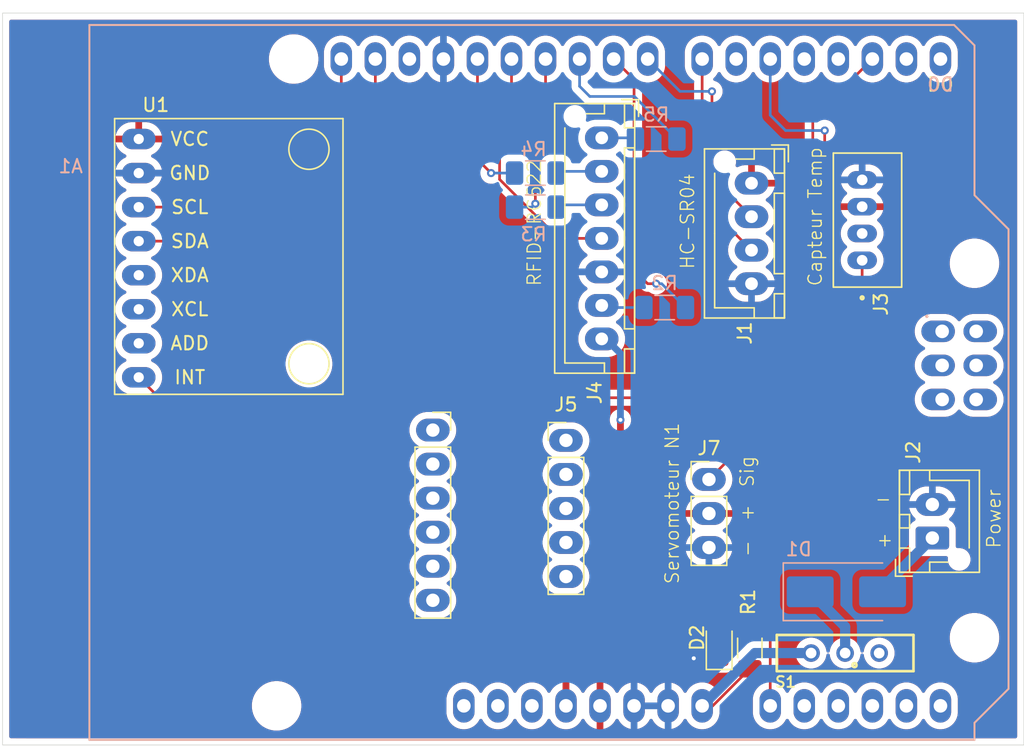
<source format=kicad_pcb>
(kicad_pcb (version 20241229) (generator "pcbnew") (generator_version "9.0")
  (layers (0 "F.Cu" signal) (2 "B.Cu" signal) (13 "F.Paste" user) (15 "B.Paste" user) (5 "F.SilkS" user "F.Silkscreen") (7 "B.SilkS" user "B.Silkscreen") (1 "F.Mask" user) (3 "B.Mask" user) (25 "Edge.Cuts" user))
  (net 0 "")
  (net 5 "GND")
  (net 10 "+3V3")
  (net 13 "+5V")
  (net 14 "/Echo")
  (net 18 "Net-(J7-Pin_1)")
  (net 24 "/Vin")
  (net 26 "/Trig")
  (net 27 "Net-(U1-SDA)")
  (net 28 "Net-(A1-D2_INT0)")
  (net 29 "Net-(U1-SCL)")
  (net 33 "Net-(D1-A)")
  (net 34 "/SIG")
  (net 36 "Net-(A1-D10_CS)")
  (net 37 "/MISO")
  (net 38 "Net-(A1-PadD11)")
  (net 39 "Net-(A1-PadD13)")
  (net 40 "Net-(A1-PadD9)")
  (net 41 "Net-(D1-K)")
  (net 54 "Net-(D2-A)")
  (net 55 "/MOSI")
  (net 56 "/SCK")
  (net 57 "/SS")
  (net 58 "/RST")
  (footprint "ISI-Connector_JST:JST_XH_B2B-XH-AM_1x02_P2.50mm_Long_Vertical" (layer "F.Cu") (at 176.562 100.635 90)
    (property "Reference" "J2" (at 6.401 -1.429 90) (layer "F.SilkS"))
    (property "Value" "+VBatt")
    (fp_line (start -1.6 -2.75) (end -2.85 -2.75) (stroke (width 0.12)) (layer "F.SilkS"))
    (fp_line (start -2.85 -2.75) (end -2.85 -1.5) (stroke (width 0.12)) (layer "F.SilkS"))
    (fp_line (start 5.06 -2.46) (end -2.56 -2.46) (stroke (width 0.12)) (layer "F.SilkS"))
    (fp_line (start -2.56 -2.46) (end -2.56 3.51) (stroke (width 0.12)) (layer "F.SilkS"))
    (fp_line (start 5.05 -2.45) (end 3.25 -2.45) (stroke (width 0.12)) (layer "F.SilkS"))
    (fp_line (start 3.25 -2.45) (end 3.25 -1.7) (stroke (width 0.12)) (layer "F.SilkS"))
    (fp_line (start 1.75 -2.45) (end 0.75 -2.45) (stroke (width 0.12)) (layer "F.SilkS"))
    (fp_line (start 0.75 -2.45) (end 0.75 -1.7) (stroke (width 0.12)) (layer "F.SilkS"))
    (fp_line (start -0.75 -2.45) (end -2.55 -2.45) (stroke (width 0.12)) (layer "F.SilkS"))
    (fp_line (start -2.55 -2.45) (end -2.55 -1.7) (stroke (width 0.12)) (layer "F.SilkS"))
    (fp_line (start 5.05 -1.7) (end 5.05 -2.45) (stroke (width 0.12)) (layer "F.SilkS"))
    (fp_line (start 3.25 -1.7) (end 5.05 -1.7) (stroke (width 0.12)) (layer "F.SilkS"))
    (fp_line (start 1.75 -1.7) (end 1.75 -2.45) (stroke (width 0.12)) (layer "F.SilkS"))
    (fp_line (start 0.75 -1.7) (end 1.75 -1.7) (stroke (width 0.12)) (layer "F.SilkS"))
    (fp_line (start -0.75 -1.7) (end -0.75 -2.45) (stroke (width 0.12)) (layer "F.SilkS"))
    (fp_line (start -2.55 -1.7) (end -0.75 -1.7) (stroke (width 0.12)) (layer "F.SilkS"))
    (fp_line (start 5.05 -0.2) (end 4.3 -0.2) (stroke (width 0.12)) (layer "F.SilkS"))
    (fp_line (start 4.3 -0.2) (end 4.3 2.75) (stroke (width 0.12)) (layer "F.SilkS"))
    (fp_line (start -1.8 -0.2) (end -1.8 1.14) (stroke (width 0.12)) (layer "F.SilkS"))
    (fp_line (start -2.55 -0.2) (end -1.8 -0.2) (stroke (width 0.12)) (layer "F.SilkS"))
    (fp_line (start 4.3 2.75) (end 1.25 2.75) (stroke (width 0.12)) (layer "F.SilkS"))
    (fp_line (start 1.25 2.75) (end -0.74 2.75) (stroke (width 0.12)) (layer "F.SilkS"))
    (fp_line (start 5.06 3.51) (end 5.06 -2.46) (stroke (width 0.12)) (layer "F.SilkS"))
    (fp_line (start -2.56 3.51) (end 5.06 3.51) (stroke (width 0.12)) (layer "F.SilkS"))
    (pad "" np_thru_hole circle (at -1.6 2 90) (size 1.2 1.2) (drill 1.2) (layers "*.Cu" "*.Mask"))
    (pad "1" thru_hole roundrect (at 0 0 90) (size 1.7 2.5) (drill 1) (layers "*.Cu" "*.Mask") (roundrect_rratio 0.147059) (net 33 "Net-(D1-A)"))
    (pad "2" thru_hole oval (at 2.5 0 90) (size 1.7 2.5) (drill 1) (layers "*.Cu" "*.Mask") (net 5 "GND"))
  )
  (footprint "ISI-Connector_PinHeader_2.54mm:PinHeader_1x05_P2.54mm_Long_Vertical" (layer "F.Cu") (at 149.225 93.35)
    (property "Reference" "J5" (at 0 -2.672 0) (layer "F.SilkS"))
    (property "Value" "Conn_01x05_Pin")
    (fp_line (start -1.33 -1.33) (end 0 -1.33) (stroke (width 0.12)) (layer "F.SilkS"))
    (fp_line (start -1.33 0) (end -1.33 -1.33) (stroke (width 0.12)) (layer "F.SilkS"))
    (fp_line (start -1.33 1.27) (end -1.33 11.49) (stroke (width 0.12)) (layer "F.SilkS"))
    (fp_line (start -1.33 1.27) (end 1.33 1.27) (stroke (width 0.12)) (layer "F.SilkS"))
    (fp_line (start -1.33 11.49) (end 1.33 11.49) (stroke (width 0.12)) (layer "F.SilkS"))
    (fp_line (start 1.33 1.27) (end 1.33 11.49) (stroke (width 0.12)) (layer "F.SilkS"))
    (pad "1" thru_hole oval (at 0 0) (size 2.5 1.7) (drill 1) (layers "*.Cu" "*.Mask"))
    (pad "2" thru_hole oval (at 0 2.54) (size 2.5 1.7) (drill 1) (layers "*.Cu" "*.Mask"))
    (pad "3" thru_hole oval (at 0 5.08) (size 2.5 1.7) (drill 1) (layers "*.Cu" "*.Mask"))
    (pad "4" thru_hole oval (at 0 7.62) (size 2.5 1.7) (drill 1) (layers "*.Cu" "*.Mask"))
    (pad "5" thru_hole oval (at 0 10.16) (size 2.5 1.7) (drill 1) (layers "*.Cu" "*.Mask"))
  )
  (footprint "ISI-Switch_Wurth:450301014042" (layer "F.Cu") (at 170.053 109.22 180)
    (property "Reference" "S1" (at 4.445 -2.159 180) (layer "F.SilkS") (effects (font (size 0.8 0.8))))
    (property "Value" "450301014042")
    (fp_line (start 5.1 1.35) (end -5.1 1.35) (stroke (width 0.2)) (layer "F.SilkS"))
    (fp_line (start 5.1 -1.35) (end 5.1 1.35) (stroke (width 0.2)) (layer "F.SilkS"))
    (fp_line (start -5.1 1.35) (end -5.1 -1.35) (stroke (width 0.2)) (layer "F.SilkS"))
    (fp_line (start -5.1 -1.35) (end 5.1 -1.35) (stroke (width 0.2)) (layer "F.SilkS"))
    (fp_circle (center -0.7 -0.9) (end -0.65 -0.9) (stroke (width 0.2)) (fill no) (layer "F.SilkS"))
    (pad "1" thru_hole circle (at 0 0 180) (size 1.308 1.308) (drill 0.8) (layers "*.Cu" "*.Mask") (net 41 "Net-(D1-K)"))
    (pad "2" thru_hole circle (at -2.54 0 180) (size 1.308 1.308) (drill 0.8) (layers "*.Cu" "*.Mask"))
    (pad "3" thru_hole circle (at 2.54 0 180) (size 1.308 1.308) (drill 0.8) (layers "*.Cu" "*.Mask") (net 24 "/Vin"))
  )
  (footprint "ISI-Resistor:R_1206_3216Metric_Pad1.30x1.75mm_HandSolder" (layer "F.Cu") (at 162.941 108.839 90)
    (property "Reference" "R1" (at 3.429 -0.127 90) (layer "F.SilkS"))
    (property "Value" "470R")
    (fp_line (start -0.727064 -0.91) (end 0.727064 -0.91) (stroke (width 0.12)) (layer "F.SilkS"))
    (fp_line (start -0.727064 0.91) (end 0.727064 0.91) (stroke (width 0.12)) (layer "F.SilkS"))
    (pad "1" smd roundrect (at -1.55 0 90) (size 1.3 1.75) (layers "F.Cu" "F.Mask" "F.Paste") (roundrect_rratio 0.192308) (net 24 "/Vin"))
    (pad "2" smd roundrect (at 1.55 0 90) (size 1.3 1.75) (layers "F.Cu" "F.Mask" "F.Paste") (roundrect_rratio 0.192308) (net 54 "Net-(D2-A)"))
  )
  (footprint "ISI-Connector_PinHeader_2.54mm:PinHeader_1x03_P2.54mm_Long_Vertical" (layer "F.Cu") (at 159.893 96.266)
    (property "Reference" "J7" (at 0 -2.33 0) (layer "F.SilkS"))
    (property "Value" "Servo Moteur 1")
    (fp_line (start -1.33 -1.33) (end 0 -1.33) (stroke (width 0.12)) (layer "F.SilkS"))
    (fp_line (start -1.33 0) (end -1.33 -1.33) (stroke (width 0.12)) (layer "F.SilkS"))
    (fp_line (start -1.33 1.27) (end -1.33 6.41) (stroke (width 0.12)) (layer "F.SilkS"))
    (fp_line (start -1.33 1.27) (end 1.33 1.27) (stroke (width 0.12)) (layer "F.SilkS"))
    (fp_line (start -1.33 6.41) (end 1.33 6.41) (stroke (width 0.12)) (layer "F.SilkS"))
    (fp_line (start 1.33 1.27) (end 1.33 6.41) (stroke (width 0.12)) (layer "F.SilkS"))
    (pad "1" thru_hole oval (at 0 0) (size 2.5 1.7) (drill 1) (layers "*.Cu" "*.Mask") (net 18 "Net-(J7-Pin_1)"))
    (pad "2" thru_hole oval (at 0 2.54) (size 2.5 1.7) (drill 1) (layers "*.Cu" "*.Mask") (net 13 "+5V"))
    (pad "3" thru_hole oval (at 0 5.08) (size 2.5 1.7) (drill 1) (layers "*.Cu" "*.Mask") (net 5 "GND"))
  )
  (footprint "ISI-Diodes:LED_0805_2012Metric_Pad1.15x1.40mm_HandSolder" (layer "F.Cu") (at 160.655 108.585 90)
    (property "Reference" "D2" (at 0.508 -1.65 90) (layer "F.SilkS"))
    (property "Value" "150080GS75000")
    (fp_line (start 1 -0.96) (end -1.86 -0.96) (stroke (width 0.12)) (layer "F.SilkS"))
    (fp_line (start -1.86 -0.96) (end -1.86 0.96) (stroke (width 0.12)) (layer "F.SilkS"))
    (fp_line (start -1.86 0.96) (end 1 0.96) (stroke (width 0.12)) (layer "F.SilkS"))
    (pad "1" smd roundrect (at -1.025 0 90) (size 1.15 1.4) (layers "F.Cu" "F.Mask" "F.Paste") (roundrect_rratio 0.217391) (net 5 "GND"))
    (pad "2" smd roundrect (at 1.025 0 90) (size 1.15 1.4) (layers "F.Cu" "F.Mask" "F.Paste") (roundrect_rratio 0.217391) (net 54 "Net-(D2-A)"))
  )
  (footprint "ISI-Modules:module_mpu6050" (layer "F.Cu") (at 117.348 88.646)
    (property "Reference" "U1" (at 1.27 -20.32 0) (layer "F.SilkS"))
    (property "Value" "module_mpu6050")
    (fp_line (start -1.8 -19.304) (end 15.24 -19.304) (stroke (width 0.12)) (layer "F.SilkS"))
    (fp_line (start -1.8 1.27) (end -1.8 -19.304) (stroke (width 0.12)) (layer "F.SilkS"))
    (fp_line (start 15.24 -19.304) (end 15.24 1.27) (stroke (width 0.12)) (layer "F.SilkS"))
    (fp_line (start 15.24 1.27) (end -1.8 1.27) (stroke (width 0.12)) (layer "F.SilkS"))
    (fp_circle (center 12.7 -17.018) (end 14.2 -17.018) (stroke (width 0.12)) (fill no) (layer "F.SilkS"))
    (fp_circle (center 12.7 -1.016) (end 14.2 -1.016) (stroke (width 0.12)) (fill no) (layer "F.SilkS"))
    (fp_text user "XCL" (at 3.81 -5.08 0) (layer "F.SilkS"))
    (fp_text user "SCL" (at 3.81 -12.7 0) (layer "F.SilkS"))
    (fp_text user "ADD" (at 3.81 -2.54 0) (layer "F.SilkS"))
    (fp_text user "VCC" (at 3.81 -17.78 0) (layer "F.SilkS"))
    (fp_text user "SDA" (at 3.81 -10.16 0) (layer "F.SilkS"))
    (fp_text user "XDA" (at 3.81 -7.62 0) (layer "F.SilkS"))
    (fp_text user "INT" (at 3.81 0 0) (layer "F.SilkS"))
    (fp_text user "GND" (at 3.81 -15.24 0) (layer "F.SilkS"))
    (pad "" np_thru_hole oval (at 12.7 -1) (size 2.5 2.5) (drill 2.5) (layers "*.Cu" "*.Mask"))
    (pad "1" thru_hole oval (at 0 -17.78) (size 2.5 1.524) (drill 0.762) (layers "*.Cu" "*.Mask") (net 13 "+5V"))
    (pad "2" thru_hole oval (at 0 -15.24) (size 2.5 1.524) (drill 0.762) (layers "*.Cu" "*.Mask") (net 5 "GND"))
    (pad "3" thru_hole oval (at 0 -12.7) (size 2.5 1.524) (drill 0.762) (layers "*.Cu" "*.Mask") (net 29 "Net-(U1-SCL)"))
    (pad "4" thru_hole oval (at 0 -10.16) (size 2.5 1.524) (drill 0.762) (layers "*.Cu" "*.Mask") (net 27 "Net-(U1-SDA)"))
    (pad "5" thru_hole oval (at 0 -7.62) (size 2.5 1.524) (drill 0.762) (layers "*.Cu" "*.Mask"))
    (pad "6" thru_hole oval (at 0 -5.08) (size 2.5 1.524) (drill 0.762) (layers "*.Cu" "*.Mask"))
    (pad "7" thru_hole oval (at 0 -2.54) (size 2.5 1.524) (drill 0.762) (layers "*.Cu" "*.Mask"))
    (pad "8" thru_hole oval (at 0 0) (size 2.5 1.524) (drill 0.762) (layers "*.Cu" "*.Mask") (net 28 "Net-(A1-D2_INT0)"))
  )
  (footprint "ISI-Connector_Grove:SEEED_Grove_110990030" (layer "F.Cu") (at 171.323 76.914 90)
    (property "Reference" "J3" (at -6.271 1.397 90) (layer "F.SilkS"))
    (property "Value" "Capteur Temp")
    (fp_line (start 5 -2.15) (end 5 2.95) (stroke (width 0.127)) (layer "F.SilkS"))
    (fp_line (start -5 -2.15) (end 5 -2.15) (stroke (width 0.127)) (layer "F.SilkS"))
    (fp_line (start 5 2.95) (end -5 2.95) (stroke (width 0.127)) (layer "F.SilkS"))
    (fp_line (start -5 2.95) (end -5 -2.15) (stroke (width 0.127)) (layer "F.SilkS"))
    (fp_circle (center -5.8 0) (end -5.7 0) (stroke (width 0.2)) (fill no) (layer "F.SilkS"))
    (pad "1" thru_hole oval (at -3 0 90) (size 1.308 2.2) (drill 0.8) (layers "*.Cu" "*.Mask") (net 34 "/SIG"))
    (pad "2" thru_hole oval (at -1 0 90) (size 1.308 2.2) (drill 0.8) (layers "*.Cu" "*.Mask"))
    (pad "3" thru_hole oval (at 1 0 90) (size 1.308 2.2) (drill 0.8) (layers "*.Cu" "*.Mask") (net 13 "+5V"))
    (pad "4" thru_hole oval (at 3 0 90) (size 1.308 2.2) (drill 0.8) (layers "*.Cu" "*.Mask") (net 5 "GND"))
  )
  (footprint "ISI-Modules:Arduino_Uno_R3_Shield_LonPad" (layer "F.Cu") (at 113.665 115.697)
    (property "Reference" "A1" (at -1.397 -42.799 0) (layer "B.SilkS") (effects (justify mirror)))
    (property "Value" "Arduino_Uno_R3_Shield")
    (fp_line (start 0 -53.34) (end 0 0) (stroke (width 0.15)) (layer "B.SilkS"))
    (fp_line (start 0 -53.34) (end 64.516 -53.34) (stroke (width 0.15)) (layer "B.SilkS"))
    (fp_line (start 0 0) (end 66.04 0) (stroke (width 0.15)) (layer "B.SilkS"))
    (fp_line (start 64.516 -53.34) (end 66.04 -51.816) (stroke (width 0.15)) (layer "B.SilkS"))
    (fp_line (start 66.04 -40.64) (end 66.04 -51.816) (stroke (width 0.15)) (layer "B.SilkS"))
    (fp_line (start 66.04 -1.27) (end 68.58 -3.81) (stroke (width 0.15)) (layer "B.SilkS"))
    (fp_line (start 66.04 0) (end 66.04 -1.27) (stroke (width 0.15)) (layer "B.SilkS"))
    (fp_line (start 68.58 -38.1) (end 66.04 -40.64) (stroke (width 0.15)) (layer "B.SilkS"))
    (fp_line (start 68.58 -3.81) (end 68.58 -38.1) (stroke (width 0.15)) (layer "B.SilkS"))
    (fp_text user "D0" (at 63.5 -48.895 0) (layer "F.SilkS"))
    (fp_text user "." (at 62.484 -32.004 0) (layer "F.SilkS"))
    (fp_text user "." (at 62.484 -32.004 0) (layer "B.SilkS"))
    (fp_text user "D0" (at 63.5 -48.895 0) (layer "B.SilkS") (effects (justify mirror)))
    (pad "" np_thru_hole circle (at 13.97 -2.54) (size 3.2 3.2) (drill 3.2) (layers "*.Cu" "*.Mask"))
    (pad "" np_thru_hole circle (at 15.24 -50.8) (size 3.2 3.2) (drill 3.2) (layers "*.Cu" "*.Mask"))
    (pad "" thru_hole oval (at 27.94 -2.54) (size 1.6 2.5) (drill 1.016) (layers "*.Cu" "*.Mask"))
    (pad "" np_thru_hole circle (at 66.04 -35.56) (size 3.2 3.2) (drill 3.2) (layers "*.Cu" "*.Mask"))
    (pad "" np_thru_hole circle (at 66.04 -7.62) (size 3.2 3.2) (drill 3.2) (layers "*.Cu" "*.Mask"))
    (pad "3V3" thru_hole oval (at 35.56 -2.54) (size 1.6 2.5) (drill 1.016) (layers "*.Cu" "*.Mask") (net 10 "+3V3"))
    (pad "5V1" thru_hole oval (at 38.1 -2.54) (size 1.6 2.5) (drill 1.016) (layers "*.Cu" "*.Mask") (net 13 "+5V"))
    (pad "5V2" thru_hole oval (at 66.167 -30.48 90) (size 1.6 2.5) (drill 1.016 (offset 0 0.3)) (layers "*.Cu" "*.Mask"))
    (pad "A0" thru_hole oval (at 50.8 -2.54) (size 1.6 2.5) (drill 1.016) (layers "*.Cu" "*.Mask") (net 34 "/SIG"))
    (pad "A1" thru_hole oval (at 53.34 -2.54) (size 1.6 2.5) (drill 1.016) (layers "*.Cu" "*.Mask"))
    (pad "A2" thru_hole oval (at 55.88 -2.54) (size 1.6 2.5) (drill 1.016) (layers "*.Cu" "*.Mask"))
    (pad "A3" thru_hole oval (at 58.42 -2.54) (size 1.6 2.5) (drill 1.016) (layers "*.Cu" "*.Mask"))
    (pad "A4" thru_hole oval (at 60.96 -2.54) (size 1.6 2.5) (drill 1.016) (layers "*.Cu" "*.Mask"))
    (pad "A5" thru_hole oval (at 63.5 -2.54) (size 1.6 2.5) (drill 1.016) (layers "*.Cu" "*.Mask"))
    (pad "AREF" thru_hole oval (at 23.876 -50.8) (size 1.6 2.5) (drill 1.016) (layers "*.Cu" "*.Mask"))
    (pad "D0" thru_hole oval (at 63.5 -50.8) (size 1.6 2.5) (drill 1.016) (layers "*.Cu" "*.Mask"))
    (pad "D1" thru_hole oval (at 60.96 -50.8) (size 1.6 2.5) (drill 1.016) (layers "*.Cu" "*.Mask"))
    (pad "D2" thru_hole oval (at 58.42 -50.8) (size 1.6 2.5) (drill 1.016) (layers "*.Cu" "*.Mask") (net 28 "Net-(A1-D2_INT0)"))
    (pad "D3" thru_hole oval (at 55.88 -50.8) (size 1.6 2.5) (drill 1.016) (layers "*.Cu" "*.Mask"))
    (pad "D4" thru_hole oval (at 53.34 -50.8) (size 1.6 2.5) (drill 1.016) (layers "*.Cu" "*.Mask"))
    (pad "D5" thru_hole oval (at 50.8 -50.8) (size 1.6 2.5) (drill 1.016) (layers "*.Cu" "*.Mask") (net 18 "Net-(J7-Pin_1)"))
    (pad "D6" thru_hole oval (at 48.26 -50.8) (size 1.6 2.5) (drill 1.016) (layers "*.Cu" "*.Mask"))
    (pad "D7" thru_hole oval (at 45.72 -50.8) (size 1.6 2.5) (drill 1.016) (layers "*.Cu" "*.Mask") (net 14 "/Echo"))
    (pad "D8" thru_hole oval (at 41.656 -50.8) (size 1.6 2.5) (drill 1.016) (layers "*.Cu" "*.Mask") (net 26 "/Trig"))
    (pad "D9" thru_hole oval (at 39.116 -50.8) (size 1.6 2.5) (drill 1.016) (layers "*.Cu" "*.Mask") (net 40 "Net-(A1-PadD9)"))
    (pad "D10" thru_hole oval (at 36.576 -50.8) (size 1.6 2.5) (drill 1.016) (layers "*.Cu" "*.Mask") (net 36 "Net-(A1-D10_CS)"))
    (pad "D11" thru_hole oval (at 34.036 -50.8) (size 1.6 2.5) (drill 1.016) (layers "*.Cu" "*.Mask") (net 38 "Net-(A1-PadD11)"))
    (pad "D12" thru_hole oval (at 31.496 -50.8) (size 1.6 2.5) (drill 1.016) (layers "*.Cu" "*.Mask") (net 37 "/MISO"))
    (pad "D13" thru_hole oval (at 28.956 -50.8) (size 1.6 2.5) (drill 1.016) (layers "*.Cu" "*.Mask") (net 39 "Net-(A1-PadD13)"))
    (pad "GND1" thru_hole oval (at 26.416 -50.8) (size 1.6 2.5) (drill 1.016) (layers "*.Cu" "*.Mask") (net 5 "GND"))
    (pad "GND2" thru_hole oval (at 40.64 -2.54) (size 1.6 2.5) (drill 1.016) (layers "*.Cu" "*.Mask") (net 5 "GND"))
    (pad "GND3" thru_hole oval (at 43.18 -2.54) (size 1.6 2.5) (drill 1.016) (layers "*.Cu" "*.Mask") (net 5 "GND"))
    (pad "GND4" thru_hole oval (at 66.167 -25.4 90) (size 1.6 2.5) (drill 1.016 (offset 0 0.3)) (layers "*.Cu" "*.Mask"))
    (pad "IORF" thru_hole oval (at 30.48 -2.54) (size 1.6 2.5) (drill 1.016) (layers "*.Cu" "*.Mask"))
    (pad "MISO" thru_hole oval (at 63.627 -30.48 90) (size 1.6 2.5) (drill 1.016 (offset 0 -0.3)) (layers "*.Cu" "*.Mask"))
    (pad "MOSI" thru_hole oval (at 66.167 -27.94 90) (size 1.6 2.5) (drill 1.016 (offset 0 0.3)) (layers "*.Cu" "*.Mask"))
    (pad "RST1" thru_hole oval (at 33.02 -2.54) (size 1.6 2.5) (drill 1.016) (layers "*.Cu" "*.Mask"))
    (pad "RST2" thru_hole oval (at 63.627 -25.4 90) (size 1.6 2.5) (drill 1.016 (offset 0 -0.3)) (layers "*.Cu" "*.Mask"))
    (pad "SCK" thru_hole oval (at 63.627 -27.94 90) (size 1.6 2.5) (drill 1.016 (offset 0 -0.3)) (layers "*.Cu" "*.Mask"))
    (pad "SCL" thru_hole oval (at 18.796 -50.8) (size 1.6 2.5) (drill 1.016) (layers "*.Cu" "*.Mask") (net 29 "Net-(U1-SCL)"))
    (pad "SDA" thru_hole oval (at 21.336 -50.8) (size 1.6 2.5) (drill 1.016) (layers "*.Cu" "*.Mask") (net 27 "Net-(U1-SDA)"))
    (pad "VIN" thru_hole oval (at 45.72 -2.54) (size 1.6 2.5) (drill 1.016) (layers "*.Cu" "*.Mask") (net 24 "/Vin"))
  )
  (footprint "ISI-Connector_PinSocket_2.54mm:PinSocket_1x06_P2.54mm_Long_Vertical" (layer "F.Cu") (at 139.291 92.583)
    (property "Reference" "J6" (hide yes))
    (property "Value" "Conn_01x06_Socket")
    (fp_line (start -1.33 1.27) (end -1.33 14.03) (stroke (width 0.12)) (layer "F.SilkS"))
    (fp_line (start -1.33 1.27) (end 1.33 1.27) (stroke (width 0.12)) (layer "F.SilkS"))
    (fp_line (start -1.33 14.03) (end 1.33 14.03) (stroke (width 0.12)) (layer "F.SilkS"))
    (fp_line (start 0 -1.33) (end 1.33 -1.33) (stroke (width 0.12)) (layer "F.SilkS"))
    (fp_line (start 1.33 -1.33) (end 1.33 0) (stroke (width 0.12)) (layer "F.SilkS"))
    (fp_line (start 1.33 1.27) (end 1.33 14.03) (stroke (width 0.12)) (layer "F.SilkS"))
    (pad "1" thru_hole oval (at 0 0) (size 2.5 1.7) (drill 1) (layers "*.Cu" "*.Mask"))
    (pad "2" thru_hole oval (at 0 2.54) (size 2.5 1.7) (drill 1) (layers "*.Cu" "*.Mask"))
    (pad "3" thru_hole oval (at 0 5.08) (size 2.5 1.7) (drill 1) (layers "*.Cu" "*.Mask"))
    (pad "4" thru_hole oval (at 0 7.62) (size 2.5 1.7) (drill 1) (layers "*.Cu" "*.Mask"))
    (pad "5" thru_hole oval (at 0 10.16) (size 2.5 1.7) (drill 1) (layers "*.Cu" "*.Mask"))
    (pad "6" thru_hole oval (at 0 12.7) (size 2.5 1.7) (drill 1) (layers "*.Cu" "*.Mask"))
  )
  (footprint "ISI-Connector_JST:JST_XH_B7B-XH-AM_1x07_P2.50mm_Long_Vertical" (layer "F.Cu") (at 151.892 70.779 -90)
    (property "Reference" "J4" (at 19.01 0.525 90) (layer "F.SilkS"))
    (property "Value" "RFID-RC522")
    (fp_line (start -2.56 3.51) (end 17.56 3.51) (stroke (width 0.12)) (layer "F.SilkS"))
    (fp_line (start 17.56 3.51) (end 17.56 -2.46) (stroke (width 0.12)) (layer "F.SilkS"))
    (fp_line (start 7.5 2.75) (end -0.74 2.75) (stroke (width 0.12)) (layer "F.SilkS"))
    (fp_line (start 16.8 2.75) (end 7.5 2.75) (stroke (width 0.12)) (layer "F.SilkS"))
    (fp_line (start -2.55 -0.2) (end -1.8 -0.2) (stroke (width 0.12)) (layer "F.SilkS"))
    (fp_line (start -1.8 -0.2) (end -1.8 1.14) (stroke (width 0.12)) (layer "F.SilkS"))
    (fp_line (start 16.8 -0.2) (end 16.8 2.75) (stroke (width 0.12)) (layer "F.SilkS"))
    (fp_line (start 17.55 -0.2) (end 16.8 -0.2) (stroke (width 0.12)) (layer "F.SilkS"))
    (fp_line (start -2.55 -1.7) (end -0.75 -1.7) (stroke (width 0.12)) (layer "F.SilkS"))
    (fp_line (start -0.75 -1.7) (end -0.75 -2.45) (stroke (width 0.12)) (layer "F.SilkS"))
    (fp_line (start 0.75 -1.7) (end 14.25 -1.7) (stroke (width 0.12)) (layer "F.SilkS"))
    (fp_line (start 14.25 -1.7) (end 14.25 -2.45) (stroke (width 0.12)) (layer "F.SilkS"))
    (fp_line (start 15.75 -1.7) (end 17.55 -1.7) (stroke (width 0.12)) (layer "F.SilkS"))
    (fp_line (start 17.55 -1.7) (end 17.55 -2.45) (stroke (width 0.12)) (layer "F.SilkS"))
    (fp_line (start -2.55 -2.45) (end -2.55 -1.7) (stroke (width 0.12)) (layer "F.SilkS"))
    (fp_line (start -0.75 -2.45) (end -2.55 -2.45) (stroke (width 0.12)) (layer "F.SilkS"))
    (fp_line (start 0.75 -2.45) (end 0.75 -1.7) (stroke (width 0.12)) (layer "F.SilkS"))
    (fp_line (start 14.25 -2.45) (end 0.75 -2.45) (stroke (width 0.12)) (layer "F.SilkS"))
    (fp_line (start 15.75 -2.45) (end 15.75 -1.7) (stroke (width 0.12)) (layer "F.SilkS"))
    (fp_line (start 17.55 -2.45) (end 15.75 -2.45) (stroke (width 0.12)) (layer "F.SilkS"))
    (fp_line (start -2.56 -2.46) (end -2.56 3.51) (stroke (width 0.12)) (layer "F.SilkS"))
    (fp_line (start 17.56 -2.46) (end -2.56 -2.46) (stroke (width 0.12)) (layer "F.SilkS"))
    (fp_line (start -2.85 -2.75) (end -2.85 -1.5) (stroke (width 0.12)) (layer "F.SilkS"))
    (fp_line (start -1.6 -2.75) (end -2.85 -2.75) (stroke (width 0.12)) (layer "F.SilkS"))
    (pad "" np_thru_hole circle (at -1.6 2 270) (size 1.2 1.2) (drill 1.2) (layers "*.Cu" "*.Mask"))
    (pad "1" thru_hole oval (at 0 0 270) (size 1.7 2.5) (drill 0.95) (layers "*.Cu" "*.Mask") (net 57 "/SS"))
    (pad "2" thru_hole oval (at 2.5 0 270) (size 1.7 2.5) (drill 0.95) (layers "*.Cu" "*.Mask") (net 56 "/SCK"))
    (pad "3" thru_hole oval (at 5 0 270) (size 1.7 2.5) (drill 0.95) (layers "*.Cu" "*.Mask") (net 55 "/MOSI"))
    (pad "4" thru_hole oval (at 7.5 0 270) (size 1.7 2.5) (drill 0.95) (layers "*.Cu" "*.Mask") (net 37 "/MISO"))
    (pad "5" thru_hole oval (at 10 0 270) (size 1.7 2.5) (drill 0.95) (layers "*.Cu" "*.Mask") (net 5 "GND"))
    (pad "6" thru_hole oval (at 12.5 0 270) (size 1.7 2.5) (drill 0.95) (layers "*.Cu" "*.Mask") (net 58 "/RST"))
    (pad "7" thru_hole oval (at 15 0 270) (size 1.7 2.5) (drill 0.95) (layers "*.Cu" "*.Mask") (net 10 "+3V3"))
  )
  (footprint "ISI-Connector_JST:JST_XH_B4B-XH-AM_1x04_P2.50mm_Long_Vertical" (layer "F.Cu") (at 163.068 74.161 -90)
    (property "Reference" "J1" (at 11.183 0.508 90) (layer "F.SilkS"))
    (property "Value" "HC-SR04")
    (fp_line (start -2.56 3.51) (end 10.06 3.51) (stroke (width 0.12)) (layer "F.SilkS"))
    (fp_line (start 10.06 3.51) (end 10.06 -2.46) (stroke (width 0.12)) (layer "F.SilkS"))
    (fp_line (start 3.75 2.75) (end -0.74 2.75) (stroke (width 0.12)) (layer "F.SilkS"))
    (fp_line (start 9.3 2.75) (end 3.75 2.75) (stroke (width 0.12)) (layer "F.SilkS"))
    (fp_line (start -2.55 -0.2) (end -1.8 -0.2) (stroke (width 0.12)) (layer "F.SilkS"))
    (fp_line (start -1.8 -0.2) (end -1.8 1.14) (stroke (width 0.12)) (layer "F.SilkS"))
    (fp_line (start 9.3 -0.2) (end 9.3 2.75) (stroke (width 0.12)) (layer "F.SilkS"))
    (fp_line (start 10.05 -0.2) (end 9.3 -0.2) (stroke (width 0.12)) (layer "F.SilkS"))
    (fp_line (start -2.55 -1.7) (end -0.75 -1.7) (stroke (width 0.12)) (layer "F.SilkS"))
    (fp_line (start -0.75 -1.7) (end -0.75 -2.45) (stroke (width 0.12)) (layer "F.SilkS"))
    (fp_line (start 0.75 -1.7) (end 6.75 -1.7) (stroke (width 0.12)) (layer "F.SilkS"))
    (fp_line (start 6.75 -1.7) (end 6.75 -2.45) (stroke (width 0.12)) (layer "F.SilkS"))
    (fp_line (start 8.25 -1.7) (end 10.05 -1.7) (stroke (width 0.12)) (layer "F.SilkS"))
    (fp_line (start 10.05 -1.7) (end 10.05 -2.45) (stroke (width 0.12)) (layer "F.SilkS"))
    (fp_line (start -2.55 -2.45) (end -2.55 -1.7) (stroke (width 0.12)) (layer "F.SilkS"))
    (fp_line (start -0.75 -2.45) (end -2.55 -2.45) (stroke (width 0.12)) (layer "F.SilkS"))
    (fp_line (start 0.75 -2.45) (end 0.75 -1.7) (stroke (width 0.12)) (layer "F.SilkS"))
    (fp_line (start 6.75 -2.45) (end 0.75 -2.45) (stroke (width 0.12)) (layer "F.SilkS"))
    (fp_line (start 8.25 -2.45) (end 8.25 -1.7) (stroke (width 0.12)) (layer "F.SilkS"))
    (fp_line (start 10.05 -2.45) (end 8.25 -2.45) (stroke (width 0.12)) (layer "F.SilkS"))
    (fp_line (start -2.56 -2.46) (end -2.56 3.51) (stroke (width 0.12)) (layer "F.SilkS"))
    (fp_line (start 10.06 -2.46) (end -2.56 -2.46) (stroke (width 0.12)) (layer "F.SilkS"))
    (fp_line (start -2.85 -2.75) (end -2.85 -1.5) (stroke (width 0.12)) (layer "F.SilkS"))
    (fp_line (start -1.6 -2.75) (end -2.85 -2.75) (stroke (width 0.12)) (layer "F.SilkS"))
    (pad "" np_thru_hole circle (at -1.6 2 270) (size 1.2 1.2) (drill 1.2) (layers "*.Cu" "*.Mask"))
    (pad "1" thru_hole oval (at 0 0 270) (size 1.7 2.5) (drill 0.95) (layers "*.Cu" "*.Mask") (net 13 "+5V"))
    (pad "2" thru_hole oval (at 2.5 0 270) (size 1.7 2.5) (drill 0.95) (layers "*.Cu" "*.Mask") (net 26 "/Trig"))
    (pad "3" thru_hole oval (at 5 0 270) (size 1.7 2.5) (drill 0.95) (layers "*.Cu" "*.Mask") (net 14 "/Echo"))
    (pad "4" thru_hole oval (at 7.5 0 270) (size 1.7 2.5) (drill 0.95) (layers "*.Cu" "*.Mask") (net 5 "GND"))
  )
  (footprint "ISI-Resistor:R_1206_3216Metric_Pad1.30x1.75mm_HandSolder" (layer "B.Cu") (at 155.956 70.866 180)
    (property "Reference" "R5" (at 0 1.82 0) (layer "B.SilkS") (effects (justify mirror)))
    (property "Value" "470R")
    (fp_line (start -0.727064 0.91) (end 0.727064 0.91) (stroke (width 0.12)) (layer "B.SilkS"))
    (fp_line (start -0.727064 -0.91) (end 0.727064 -0.91) (stroke (width 0.12)) (layer "B.SilkS"))
    (pad "1" smd roundrect (at -1.55 0 180) (size 1.3 1.75) (layers "B.Cu" "B.Mask" "B.Paste") (roundrect_rratio 0.192308) (net 36 "Net-(A1-D10_CS)"))
    (pad "2" smd roundrect (at 1.55 0 180) (size 1.3 1.75) (layers "B.Cu" "B.Mask" "B.Paste") (roundrect_rratio 0.192308) (net 57 "/SS"))
  )
  (footprint "ISI-Resistor:R_1206_3216Metric_Pad1.30x1.75mm_HandSolder" (layer "B.Cu") (at 146.939 73.406)
    (property "Reference" "R4" (at -0.127 -1.778 180) (layer "B.SilkS") (effects (justify mirror)))
    (property "Value" "470R")
    (fp_line (start -0.727064 -0.91) (end 0.727064 -0.91) (stroke (width 0.12)) (layer "B.SilkS"))
    (fp_line (start -0.727064 0.91) (end 0.727064 0.91) (stroke (width 0.12)) (layer "B.SilkS"))
    (pad "1" smd roundrect (at -1.55 0) (size 1.3 1.75) (layers "B.Cu" "B.Mask" "B.Paste") (roundrect_rratio 0.192308) (net 39 "Net-(A1-PadD13)"))
    (pad "2" smd roundrect (at 1.55 0) (size 1.3 1.75) (layers "B.Cu" "B.Mask" "B.Paste") (roundrect_rratio 0.192308) (net 56 "/SCK"))
  )
  (footprint "ISI-Resistor:R_1206_3216Metric_Pad1.30x1.75mm_HandSolder" (layer "B.Cu") (at 146.939 75.946)
    (property "Reference" "R3" (at -0.127 2.032 180) (layer "B.SilkS") (effects (justify mirror)))
    (property "Value" "470R")
    (fp_line (start -0.727064 -0.91) (end 0.727064 -0.91) (stroke (width 0.12)) (layer "B.SilkS"))
    (fp_line (start -0.727064 0.91) (end 0.727064 0.91) (stroke (width 0.12)) (layer "B.SilkS"))
    (pad "1" smd roundrect (at -1.55 0) (size 1.3 1.75) (layers "B.Cu" "B.Mask" "B.Paste") (roundrect_rratio 0.192308) (net 38 "Net-(A1-PadD11)"))
    (pad "2" smd roundrect (at 1.55 0) (size 1.3 1.75) (layers "B.Cu" "B.Mask" "B.Paste") (roundrect_rratio 0.192308) (net 55 "/MOSI"))
  )
  (footprint "ISI-Resistor:R_1206_3216Metric_Pad1.30x1.75mm_HandSolder" (layer "B.Cu") (at 156.591 83.439 180)
    (property "Reference" "R2" (at 0 1.82 180) (layer "B.SilkS") (effects (justify mirror)))
    (property "Value" "470R")
    (fp_line (start -0.727064 0.91) (end 0.727064 0.91) (stroke (width 0.12)) (layer "B.SilkS"))
    (fp_line (start -0.727064 -0.91) (end 0.727064 -0.91) (stroke (width 0.12)) (layer "B.SilkS"))
    (pad "1" smd roundrect (at -1.55 0 180) (size 1.3 1.75) (layers "B.Cu" "B.Mask" "B.Paste") (roundrect_rratio 0.192308) (net 40 "Net-(A1-PadD9)"))
    (pad "2" smd roundrect (at 1.55 0 180) (size 1.3 1.75) (layers "B.Cu" "B.Mask" "B.Paste") (roundrect_rratio 0.192308) (net 58 "/RST"))
  )
  (footprint "ISI-Diodes:D_SMB_Handsoldering" (layer "B.Cu") (at 170.147 104.648)
    (property "Reference" "D1" (at -3.556 -3.175 180) (layer "B.SilkS") (effects (justify mirror)))
    (property "Value" "SS24")
    (fp_line (start -4.71 -2.15) (end 2.7 -2.15) (stroke (width 0.12)) (layer "B.SilkS"))
    (fp_line (start -4.71 2.15) (end -4.71 -2.15) (stroke (width 0.12)) (layer "B.SilkS"))
    (fp_line (start -4.71 2.15) (end 2.7 2.15) (stroke (width 0.12)) (layer "B.SilkS"))
    (pad "1" smd roundrect (at -2.7 0) (size 3.5 2.3) (layers "B.Cu" "B.Mask" "B.Paste") (roundrect_rratio 0.1086956522) (net 41 "Net-(D1-K)"))
    (pad "2" smd roundrect (at 2.7 0) (size 3.5 2.3) (layers "B.Cu" "B.Mask" "B.Paste") (roundrect_rratio 0.1086956522) (net 33 "Net-(D1-A)"))
  )
  (gr_rect (start 107.188 61.468) (end 183.388 116.078) (stroke (width 0.05)) (fill no) (layer "Edge.Cuts"))
  (gr_text "Projet B3 \nlabyrinthe\n2025\n" (at 115.189 109.601 0) (layer "F.Cu") (effects (font (size 1.5 1.5) (thickness 0.3) (bold yes)) (justify left bottom)))
  (gr_text "-" (at 163.322 102.108 90) (layer "F.SilkS") (effects (font (size 1 1) (thickness 0.1)) (justify left bottom)))
  (gr_text "RFID-RC522" (at 147.447 81.915 90) (layer "F.SilkS") (effects (font (size 1 1) (thickness 0.1)) (justify left bottom)))
  (gr_text "HC-SR04" (at 158.877 80.645 90) (layer "F.SilkS") (effects (font (size 1 1) (thickness 0.1)) (justify left bottom)))
  (gr_text "Power" (at 181.737 101.473 90) (layer "F.SilkS") (effects (font (size 1 1) (thickness 0.1)) (justify left bottom)))
  (gr_text "+" (at 163.322 99.441 90) (layer "F.SilkS") (effects (font (size 1 1) (thickness 0.1)) (justify left bottom)))
  (gr_text "+" (at 172.339 101.346 0) (layer "F.SilkS") (effects (font (size 1 1) (thickness 0.1)) (justify left bottom)))
  (gr_text "-" (at 172.212 98.298 0) (layer "F.SilkS") (effects (font (size 1 1) (thickness 0.1)) (justify left bottom)))
  (gr_text "Sig" (at 163.322 96.901 90) (layer "F.SilkS") (effects (font (size 1 1) (thickness 0.1)) (justify left bottom)))
  (gr_text "Servomoteur N1" (at 157.734 104.14 90) (layer "F.SilkS") (effects (font (size 1 1) (thickness 0.1)) (justify left bottom)))
  (gr_text "Capteur Temp" (at 168.402 81.914 90) (layer "F.SilkS") (effects (font (size 1 1) (thickness 0.1)) (justify left bottom)))
  (segment (start 160.655 109.61) (end 158.759 109.61) (width 0.2) (layer "F.Cu") (net 5))
  (via (at 158.759 109.61) (size 0.6) (drill 0.3) (layers "F.Cu" "B.Cu") (net 5))
  (segment (start 149.225 113.157) (end 149.225 108.839) (width 0.508) (layer "F.Cu") (net 10))
  (segment (start 149.225 108.839) (end 153.289 104.775) (width 0.508) (layer "F.Cu") (net 10))
  (segment (start 153.289 104.775) (end 153.289 91.821) (width 0.508) (layer "F.Cu") (net 10))
  (via (at 153.289 91.821) (size 0.6) (drill 0.3) (layers "F.Cu" "B.Cu") (net 10))
  (segment (start 153.289 91.821) (end 153.289 86.868) (width 0.508) (layer "B.Cu") (net 10))
  (segment (start 152.2 85.779) (end 151.892 85.779) (width 0.508) (layer "B.Cu") (net 10))
  (segment (start 153.289 86.868) (end 152.2 85.779) (width 0.508) (layer "B.Cu") (net 10))
  (segment (start 159.385 75.478) (end 163.068 79.161) (width 0.2) (layer "F.Cu") (net 14))
  (segment (start 159.385 64.897) (end 159.385 75.478) (width 0.2) (layer "F.Cu") (net 14))
  (segment (start 168.529 87.63) (end 159.893 96.266) (width 0.2) (layer "F.Cu") (net 18))
  (segment (start 168.529 70.231) (end 168.529 87.63) (width 0.2) (layer "F.Cu") (net 18))
  (via (at 168.529 70.231) (size 0.6) (drill 0.3) (layers "F.Cu" "B.Cu") (net 18))
  (segment (start 165.608 70.231) (end 164.465 69.088) (width 0.2) (layer "B.Cu") (net 18))
  (segment (start 168.529 70.231) (end 165.608 70.231) (width 0.2) (layer "B.Cu") (net 18))
  (segment (start 164.465 69.088) (end 164.465 64.897) (width 0.2) (layer "B.Cu") (net 18))
  (segment (start 162.941 110.389) (end 160.173 113.157) (width 0.2) (layer "F.Cu") (net 24))
  (segment (start 160.173 113.157) (end 159.385 113.157) (width 0.2) (layer "F.Cu") (net 24))
  (segment (start 163.322 109.22) (end 159.385 113.157) (width 0.762) (layer "B.Cu") (net 24))
  (segment (start 167.513 109.22) (end 163.322 109.22) (width 0.762) (layer "B.Cu") (net 24))
  (segment (start 160.117 73.71) (end 160.117 67.31) (width 0.2) (layer "F.Cu") (net 26))
  (segment (start 163.068 76.661) (end 160.117 73.71) (width 0.2) (layer "F.Cu") (net 26))
  (via (at 160.117 67.31) (size 0.6) (drill 0.3) (layers "F.Cu" "B.Cu") (net 26))
  (segment (start 157.734 67.31) (end 155.321 64.897) (width 0.2) (layer "B.Cu") (net 26))
  (segment (start 160.117 67.31) (end 157.734 67.31) (width 0.2) (layer "B.Cu") (net 26))
  (segment (start 117.348 78.486) (end 127.127 78.486) (width 0.2) (layer "F.Cu") (net 27))
  (segment (start 135.001 70.612) (end 135.001 64.897) (width 0.2) (layer "F.Cu") (net 27))
  (segment (start 127.127 78.486) (end 135.001 70.612) (width 0.2) (layer "F.Cu") (net 27))
  (segment (start 167.64 87.63) (end 165.1 90.17) (width 0.2) (layer "F.Cu") (net 28))
  (segment (start 165.1 90.17) (end 118.872 90.17) (width 0.2) (layer "F.Cu") (net 28))
  (segment (start 172.085 64.897) (end 167.64 69.342) (width 0.2) (layer "F.Cu") (net 28))
  (segment (start 118.872 90.17) (end 117.348 88.646) (width 0.2) (layer "F.Cu") (net 28))
  (segment (start 167.64 69.342) (end 167.64 87.63) (width 0.2) (layer "F.Cu") (net 28))
  (segment (start 117.348 75.946) (end 124.714 75.946) (width 0.2) (layer "F.Cu") (net 29))
  (segment (start 132.461 68.199) (end 132.461 64.897) (width 0.2) (layer "F.Cu") (net 29))
  (segment (start 124.714 75.946) (end 132.461 68.199) (width 0.2) (layer "F.Cu") (net 29))
  (segment (start 172.847 104.35) (end 172.847 104.648) (width 0.2) (layer "B.Cu") (net 33))
  (segment (start 176.562 100.635) (end 172.847 104.35) (width 0.762) (layer "B.Cu") (net 33))
  (segment (start 171.323 79.914) (end 171.323 95.25) (width 0.2) (layer "F.Cu") (net 34))
  (segment (start 164.465 102.108) (end 164.465 113.157) (width 0.2) (layer "F.Cu") (net 34))
  (segment (start 171.323 95.25) (end 164.465 102.108) (width 0.2) (layer "F.Cu") (net 34))
  (segment (start 154.331 67.691) (end 151.003 67.691) (width 0.2) (layer "B.Cu") (net 36))
  (segment (start 157.506 70.866) (end 154.331 67.691) (width 0.2) (layer "B.Cu") (net 36))
  (segment (start 151.003 67.691) (end 150.241 66.929) (width 0.2) (layer "B.Cu") (net 36))
  (segment (start 150.241 66.929) (end 150.241 64.897) (width 0.2) (layer "B.Cu") (net 36))
  (segment (start 148.676057 78.279) (end 144.272 73.874943) (width 0.2) (layer "F.Cu") (net 37))
  (segment (start 145.161 67.564) (end 145.161 64.897) (width 0.2) (layer "F.Cu") (net 37))
  (segment (start 144.272 73.874943) (end 144.272 68.453) (width 0.2) (layer "F.Cu") (net 37))
  (segment (start 151.892 78.279) (end 148.676057 78.279) (width 0.2) (layer "F.Cu") (net 37))
  (segment (start 144.272 68.453) (end 145.161 67.564) (width 0.2) (layer "F.Cu") (net 37))
  (segment (start 146.939 68.453) (end 147.701 67.691) (width 0.2) (layer "F.Cu") (net 38))
  (segment (start 147.701 67.691) (end 147.701 64.897) (width 0.2) (layer "F.Cu") (net 38))
  (segment (start 146.939 75.692) (end 146.939 68.453) (width 0.2) (layer "F.Cu") (net 38))
  (via (at 146.939 75.692) (size 0.6) (drill 0.3) (layers "F.Cu" "B.Cu") (net 38))
  (segment (start 145.389 75.946) (end 146.685 75.946) (width 0.2) (layer "B.Cu") (net 38))
  (segment (start 146.685 75.946) (end 146.939 75.692) (width 0.2) (layer "B.Cu") (net 38))
  (segment (start 142.621 72.39) (end 142.621 64.897) (width 0.2) (layer "F.Cu") (net 39))
  (segment (start 142.621 72.39) (end 143.637 73.406) (width 0.2) (layer "F.Cu") (net 39))
  (via (at 143.637 73.406) (size 0.6) (drill 0.3) (layers "F.Cu" "B.Cu") (net 39))
  (segment (start 143.637 73.406) (end 145.389 73.406) (width 0.2) (layer "B.Cu") (net 39))
  (segment (start 154.305 80.645) (end 154.305 66.421) (width 0.2) (layer "F.Cu") (net 40))
  (segment (start 155.956 81.661) (end 155.321 81.661) (width 0.2) (layer "F.Cu") (net 40))
  (segment (start 155.321 81.661) (end 154.305 80.645) (width 0.2) (layer "F.Cu") (net 40))
  (segment (start 154.305 66.421) (end 152.781 64.897) (width 0.2) (layer "F.Cu") (net 40))
  (via (at 155.956 81.661) (size 0.6) (drill 0.3) (layers "F.Cu" "B.Cu") (net 40))
  (segment (start 156.363 81.661) (end 155.956 81.661) (width 0.2) (layer "B.Cu") (net 40))
  (segment (start 158.141 83.439) (end 156.363 81.661) (width 0.2) (layer "B.Cu") (net 40))
  (segment (start 167.447 104.648) (end 170.053 107.254) (width 0.762) (layer "B.Cu") (net 41))
  (segment (start 170.053 107.254) (end 170.053 109.093) (width 0.762) (layer "B.Cu") (net 41))
  (segment (start 162.941 107.289) (end 160.926 107.289) (width 0.2) (layer "F.Cu") (net 54))
  (segment (start 160.926 107.289) (end 160.655 107.56) (width 0.2) (layer "F.Cu") (net 54))
  (segment (start 151.892 75.779) (end 148.656 75.779) (width 0.2) (layer "B.Cu") (net 55))
  (segment (start 148.656 75.779) (end 148.489 75.946) (width 0.2) (layer "B.Cu") (net 55))
  (segment (start 151.892 73.279) (end 148.616 73.279) (width 0.2) (layer "B.Cu") (net 56))
  (segment (start 148.616 73.279) (end 148.489 73.406) (width 0.2) (layer "B.Cu") (net 56))
  (segment (start 151.892 70.779) (end 154.319 70.779) (width 0.2) (layer "B.Cu") (net 57))
  (segment (start 154.319 70.779) (end 154.406 70.866) (width 0.2) (layer "B.Cu") (net 57))
  (segment (start 155.041 83.439) (end 152.052 83.439) (width 0.2) (layer "B.Cu") (net 58))
  (segment (start 152.052 83.439) (end 151.892 83.279) (width 0.2) (layer "B.Cu") (net 58))
  (zone (net 13) (net_name "+5V") (layer "F.Cu") (priority 1) (connect_pads (clearance 0.5)) (min_thickness 0.25) (fill yes (thermal_gap 0.5) (thermal_bridge_width 0.5))
    (polygon (pts (xy 107.315 115.57) (xy 107.315 61.595) (xy 183.261 61.595) (xy 183.261 115.824)))
  )
  (zone (net 5) (net_name "GND") (layer "B.Cu") (connect_pads (clearance 0.5)) (min_thickness 0.25) (fill yes (thermal_gap 0.5) (thermal_bridge_width 0.5))
    (polygon (pts (xy 107.315 61.595) (xy 183.261 61.595) (xy 183.261 115.824) (xy 107.315 115.57)))
  )
)
</source>
